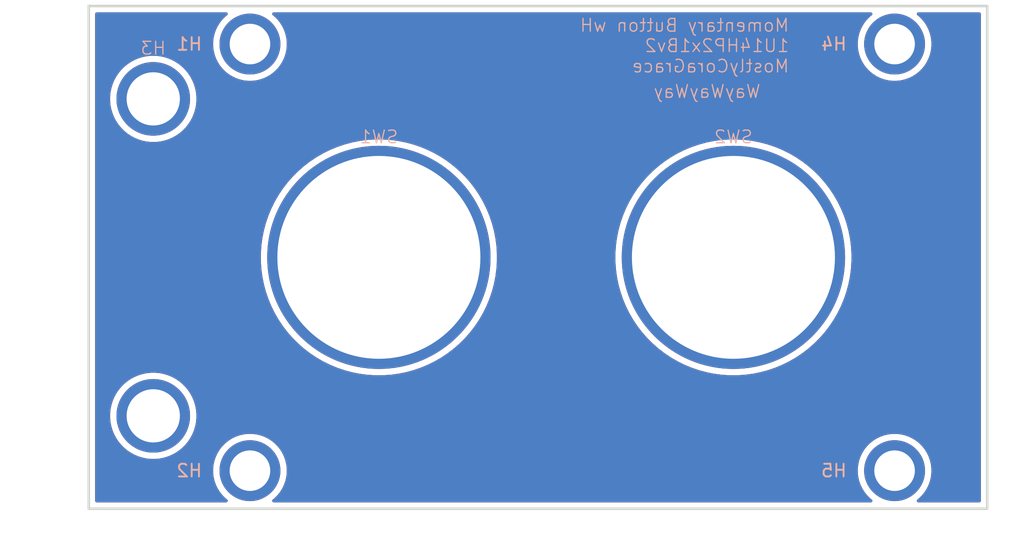
<source format=kicad_pcb>
(kicad_pcb (version 20241229) (generator "pcbnew") (generator_version "9.0")
  (layers (0 "F.Cu" signal) (2 "B.Cu" signal) (13 "F.Paste" user) (15 "B.Paste" user) (5 "F.SilkS" user "F.Silkscreen") (7 "B.SilkS" user "B.Silkscreen") (1 "F.Mask" user) (3 "B.Mask" user) (25 "Edge.Cuts" user))
  (net 0 "")
  (footprint "EXC:Handle_1UM3P25_A" (layer "F.Cu") (at 5.08 9.75)
    (property "Reference" "H3" (at 0 -4 0) (layer "B.SilkS") (effects (font (thickness 0.1)) (justify mirror)))
    (property "Value" "Handle_1UM3P25_PanelMount_A")
    (pad "" thru_hole circle (at 0 0) (size 5.8 5.8) (drill 4.2) (layers "*.Cu" "*.Mask"))
    (pad "" thru_hole circle (at 0 25) (size 5.8 5.8) (drill 4.2) (layers "*.Cu" "*.Mask"))
  )
  (footprint "EXC:MountingHole_3.2mm_M3" (layer "F.Cu") (at 12.7 39.075)
    (property "Reference" "H2" (at -3.683 0 0) (layer "B.SilkS") (effects (justify left mirror)))
    (property "Value" "Eurorack_M3_MountingHole")
    (pad "" thru_hole circle (at 0 0) (size 4.8 4.8) (drill 3.2) (layers "*.Cu" "*.Mask"))
  )
  (footprint "EXC:MountingHole_3.2mm_M3" (layer "F.Cu") (at 63.5 5.425)
    (property "Reference" "H4" (at -3.683 0 0) (layer "B.SilkS") (effects (justify left mirror)))
    (property "Value" "Eurorack_M3_MountingHole")
    (pad "" thru_hole circle (at 0 0) (size 4.8 4.8) (drill 3.2) (layers "*.Cu" "*.Mask"))
  )
  (footprint "EXC:SW_SPST_M16_Panel_Mount_Push-Button" (layer "F.Cu") (at 50.8 22.25)
    (property "Reference" "SW2" (at 0 -9.5 0) (layer "B.SilkS") (effects (font (thickness 0.1)) (justify mirror)))
    (property "Value" "SW_SPST_M16_Panel_Mount_Push-Button")
    (pad "" thru_hole circle (at 0 0) (size 17.6 17.6) (drill 16) (layers "*.Cu" "*.Mask"))
  )
  (footprint "EXC:SW_SPST_M16_Panel_Mount_Push-Button" (layer "F.Cu") (at 22.86 22.25)
    (property "Reference" "SW1" (at 0 -9.5 0) (layer "B.SilkS") (effects (font (thickness 0.1)) (justify mirror)))
    (property "Value" "SW_SPST_M16_Panel_Mount_Push-Button")
    (pad "" thru_hole circle (at 0 0) (size 17.6 17.6) (drill 16) (layers "*.Cu" "*.Mask"))
  )
  (footprint "EXC:MountingHole_3.2mm_M3" (layer "F.Cu") (at 63.5 39.075)
    (property "Reference" "H5" (at -3.683 0 0) (layer "B.SilkS") (effects (justify left mirror)))
    (property "Value" "Eurorack_M3_MountingHole")
    (pad "" thru_hole circle (at 0 0) (size 4.8 4.8) (drill 3.2) (layers "*.Cu" "*.Mask"))
  )
  (footprint "EXC:MountingHole_3.2mm_M3" (layer "F.Cu") (at 12.7 5.425)
    (property "Reference" "H1" (at -3.683 0 0) (layer "B.SilkS") (effects (justify left mirror)))
    (property "Value" "Eurorack_M3_MountingHole")
    (pad "" thru_hole circle (at 0 0) (size 4.8 4.8) (drill 3.2) (layers "*.Cu" "*.Mask"))
  )
  (gr_rect (start 0 2.425) (end 70.8 42.075) (stroke (width 0.2)) (fill no) (layer "Edge.Cuts"))
  (gr_text "WayWayWay" (at 53 9.75 0) (layer "B.SilkS") (effects (font (size 1 1) (thickness 0.1)) (justify left bottom mirror)))
  (gr_text "Momentary Button wH\n1U14HP2x1Bv2\nMostlyCoraGrace" (at 55.25 7.75 0) (layer "B.SilkS") (effects (font (size 1 1) (thickness 0.1)) (justify left bottom mirror)))
  (zone (net 0) (net_name "") (layers "F.Cu" "B.Cu") (connect_pads (clearance 0.5)) (min_thickness 0.25) (fill yes (thermal_gap 0.5) (thermal_bridge_width 0.5) (island_removal_mode 1) (island_area_min 10))
    (polygon (pts (xy 0 2.425) (xy 70.8 2.425) (xy 70.8 42.075) (xy 0 42.075)))
  )
)
</source>
